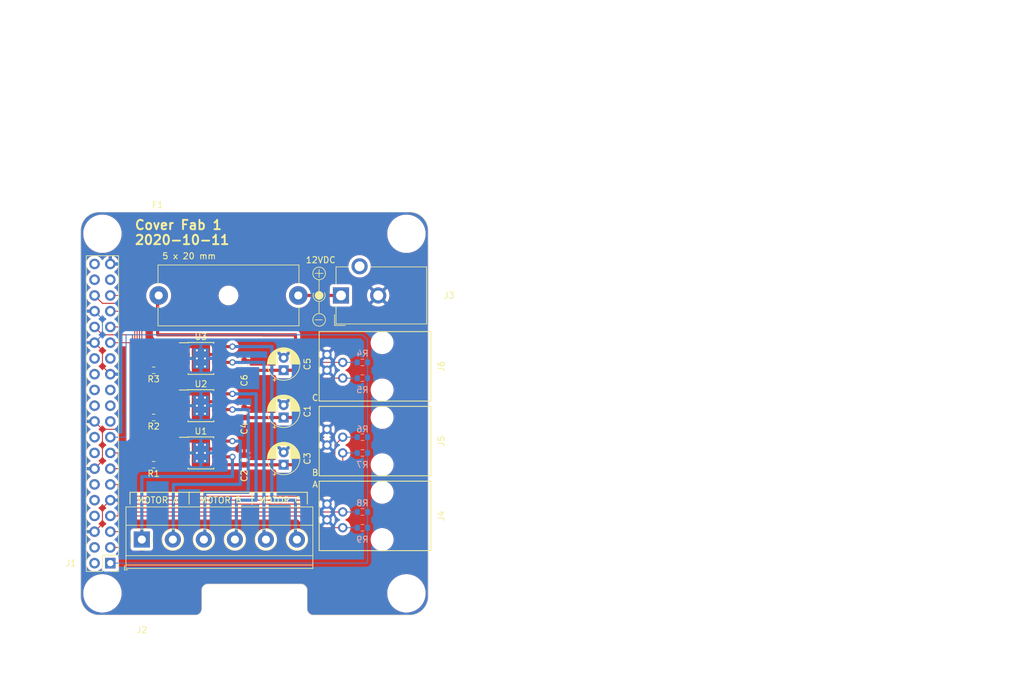
<source format=kicad_pcb>
(kicad_pcb (version 20221018) (generator pcbnew)
  (layers (0 "F.Cu" signal) (31 "B.Cu" signal) (34 "B.Paste" user) (35 "F.Paste" user) (36 "B.SilkS" user "B.Silkscreen") (37 "F.SilkS" user "F.Silkscreen") (38 "B.Mask" user) (39 "F.Mask" user) (44 "Edge.Cuts" user))
  (net 0 "")
  (net 1 "GND")
  (net 2 "+12V")
  (net 3 "Net-(F1-Pad2)")
  (net 4 "Net-(J1-Pad40)")
  (net 5 "Net-(J1-Pad38)")
  (net 6 "Net-(J1-Pad37)")
  (net 7 "IN_C_1")
  (net 8 "IN_C_2")
  (net 9 "IN_B_2")
  (net 10 "IN_A_2")
  (net 11 "IN_B_1")
  (net 12 "IN_A_1")
  (net 13 "Net-(J1-Pad28)")
  (net 14 "Net-(J1-Pad27)")
  (net 15 "Net-(J1-Pad26)")
  (net 16 "Net-(J1-Pad24)")
  (net 17 "Net-(J1-Pad23)")
  (net 18 "Net-(J1-Pad22)")
  (net 19 "Net-(J1-Pad21)")
  (net 20 "Net-(J1-Pad19)")
  (net 21 "Net-(J1-Pad18)")
  (net 22 "+3V3")
  (net 23 "Net-(J1-Pad16)")
  (net 24 "TOP_C")
  (net 25 "BOTTOM_C")
  (net 26 "Net-(J1-Pad12)")
  (net 27 "BOTTOM_B")
  (net 28 "Net-(J1-Pad10)")
  (net 29 "Net-(J1-Pad8)")
  (net 30 "TOP_B")
  (net 31 "BOTTOM_A")
  (net 32 "Net-(J1-Pad4)")
  (net 33 "TOP_A")
  (net 34 "Net-(J1-Pad2)")
  (net 35 "OUT_C_2")
  (net 36 "OUT_C_1")
  (net 37 "OUT_B_2")
  (net 38 "OUT_B_1")
  (net 39 "OUT_A_2")
  (net 40 "OUT_A_1")
  (net 41 "Net-(R1-Pad1)")
  (net 42 "Net-(R2-Pad1)")
  (net 43 "Net-(R3-Pad1)")
  (footprint "Fuse:Fuseholder_Cylinder-5x20mm_Schurter_0031_8201_Horizontal_Open" (layer "F.Cu") (at 89.08 107.95)
    (fp_text reference "F1" (at -0.18 -14.605) (layer "F.SilkS"))
    (fp_text value "1A")
    (pad "" np_thru_hole circle (at 11.25 0) (size 2.7 2.7) (drill 2.7) (layers "*.Cu" "*.Mask"))
    (pad "1" thru_hole circle (at 0 0) (size 3 3) (drill 1.3) (layers "*.Cu" "*.Mask") (net 2 "+12V"))
    (pad "2" thru_hole circle (at 22.5 0) (size 3 3) (drill 1.3) (layers "*.Cu" "*.Mask") (net 3 "Net-(F1-Pad2)"))
  )
  (footprint "Connector_PinHeader_2.54mm:PinHeader_2x20_P2.54mm_Vertical" (layer "F.Cu") (at 81.28 151.13 180)
    (fp_text reference "J1" (at 6.35 0) (layer "F.SilkS"))
    (fp_text value "Raspberry_Pi_2_3")
    (pad "1" thru_hole rect (at 0 0 180) (size 1.7 1.7) (drill 1) (layers "*.Cu" "*.Mask") (net 22 "+3V3"))
    (pad "2" thru_hole oval (at 2.54 0 180) (size 1.7 1.7) (drill 1) (layers "*.Cu" "*.Mask") (net 34 "Net-(J1-Pad2)"))
    (pad "3" thru_hole oval (at 0 2.54 180) (size 1.7 1.7) (drill 1) (layers "*.Cu" "*.Mask") (net 33 "TOP_A"))
    (pad "4" thru_hole oval (at 2.54 2.54 180) (size 1.7 1.7) (drill 1) (layers "*.Cu" "*.Mask") (net 32 "Net-(J1-Pad4)"))
    (pad "5" thru_hole oval (at 0 5.08 180) (size 1.7 1.7) (drill 1) (layers "*.Cu" "*.Mask") (net 31 "BOTTOM_A"))
    (pad "6" thru_hole oval (at 2.54 5.08 180) (size 1.7 1.7) (drill 1) (layers "*.Cu" "*.Mask") (net 1 "GND"))
    (pad "7" thru_hole oval (at 0 7.62 180) (size 1.7 1.7) (drill 1) (layers "*.Cu" "*.Mask") (net 30 "TOP_B"))
    (pad "8" thru_hole oval (at 2.54 7.62 180) (size 1.7 1.7) (drill 1) (layers "*.Cu" "*.Mask") (net 29 "Net-(J1-Pad8)"))
    (pad "9" thru_hole oval (at 0 10.16 180) (size 1.7 1.7) (drill 1) (layers "*.Cu" "*.Mask") (net 1 "GND"))
    (pad "10" thru_hole oval (at 2.54 10.16 180) (size 1.7 1.7) (drill 1) (layers "*.Cu" "*.Mask") (net 28 "Net-(J1-Pad10)"))
    (pad "11" thru_hole oval (at 0 12.7 180) (size 1.7 1.7) (drill 1) (layers "*.Cu" "*.Mask") (net 27 "BOTTOM_B"))
    (pad "12" thru_hole oval (at 2.54 12.7 180) (size 1.7 1.7) (drill 1) (layers "*.Cu" "*.Mask") (net 26 "Net-(J1-Pad12)"))
    (pad "13" thru_hole oval (at 0 15.24 180) (size 1.7 1.7) (drill 1) (layers "*.Cu" "*.Mask") (net 24 "TOP_C"))
    (pad "14" thru_hole oval (at 2.54 15.24 180) (size 1.7 1.7) (drill 1) (layers "*.Cu" "*.Mask") (net 1 "GND"))
    (pad "15" thru_hole oval (at 0 17.78 180) (size 1.7 1.7) (drill 1) (layers "*.Cu" "*.Mask") (net 25 "BOTTOM_C"))
    (pad "16" thru_hole oval (at 2.54 17.78 180) (size 1.7 1.7) (drill 1) (layers "*.Cu" "*.Mask") (net 23 "Net-(J1-Pad16)"))
    (pad "17" thru_hole oval (at 0 20.32 180) (size 1.7 1.7) (drill 1) (layers "*.Cu" "*.Mask") (net 22 "+3V3"))
    (pad "18" thru_hole oval (at 2.54 20.32 180) (size 1.7 1.7) (drill 1) (layers "*.Cu" "*.Mask") (net 21 "Net-(J1-Pad18)"))
    (pad "19" thru_hole oval (at 0 22.86 180) (size 1.7 1.7) (drill 1) (layers "*.Cu" "*.Mask") (net 20 "Net-(J1-Pad19)"))
    (pad "20" thru_hole oval (at 2.54 22.86 180) (size 1.7 1.7) (drill 1) (layers "*.Cu" "*.Mask") (net 1 "GND"))
    (pad "21" thru_hole oval (at 0 25.4 180) (size 1.7 1.7) (drill 1) (layers "*.Cu" "*.Mask") (net 19 "Net-(J1-Pad21)"))
    (pad "22" thru_hole oval (at 2.54 25.4 180) (size 1.7 1.7) (drill 1) (layers "*.Cu" "*.Mask") (net 18 "Net-(J1-Pad22)"))
    (pad "23" thru_hole oval (at 0 27.94 180) (size 1.7 1.7) (drill 1) (layers "*.Cu" "*.Mask") (net 17 "Net-(J1-Pad23)"))
    (pad "24" thru_hole oval (at 2.54 27.94 180) (size 1.7 1.7) (drill 1) (layers "*.Cu" "*.Mask") (net 16 "Net-(J1-Pad24)"))
    (pad "25" thru_hole oval (at 0 30.48 180) (size 1.7 1.7) (drill 1) (layers "*.Cu" "*.Mask") (net 1 "GND"))
    (pad "26" thru_hole oval (at 2.54 30.48 180) (size 1.7 1.7) (drill 1) (layers "*.Cu" "*.Mask") (net 15 "Net-(J1-Pad26)"))
    (pad "27" thru_hole oval (at 0 33.02 180) (size 1.7 1.7) (drill 1) (layers "*.Cu" "*.Mask") (net 14 "Net-(J1-Pad27)"))
    (pad "28" thru_hole oval (at 2.54 33.02 180) (size 1.7 1.7) (drill 1) (layers "*.Cu" "*.Mask") (net 13 "Net-(J1-Pad28)"))
    (pad "29" thru_hole oval (at 0 35.56 180) (size 1.7 1.7) (drill 1) (layers "*.Cu" "*.Mask") (net 12 "IN_A_1"))
    (pad "30" thru_hole oval (at 2.54 35.56 180) (size 1.7 1.7) (drill 1) (layers "*.Cu" "*.Mask") (net 1 "GND"))
    (pad "31" thru_hole oval (at 0 38.1 180) (size 1.7 1.7) (drill 1) (layers "*.Cu" "*.Mask") (net 11 "IN_B_1"))
    (pad "32" thru_hole oval (at 2.54 38.1 180) (size 1.7 1.7) (drill 1) (layers "*.Cu" "*.Mask") (net 10 "IN_A_2"))
    (pad "33" thru_hole oval (at 0 40.64 180) (size 1.7 1.7) (drill 1) (layers "*.Cu" "*.Mask") (net 9 "IN_B_2"))
    (pad "34" thru_hole oval (at 2.54 40.64 180) (size 1.7 1.7) (drill 1) (layers "*.Cu" "*.Mask") (net 1 "GND"))
    (pad "35" thru_hole oval (at 0 43.18 180) (size 1.7 1.7) (drill 1) (layers "*.Cu" "*.Mask") (net 8 "IN_C_2"))
    (pad "36" thru_hole oval (at 2.54 43.18 180) (size 1.7 1.7) (drill 1) (layers "*.Cu" "*.Mask") (net 7 "IN_C_1"))
    (pad "37" thru_hole oval (at 0 45.72 180) (size 1.7 1.7) (drill 1) (layers "*.Cu" "*.Mask") (net 6 "Net-(J1-Pad37)"))
    (pad "38" thru_hole oval (at 2.54 45.72 180) (size 1.7 1.7) (drill 1) (layers "*.Cu" "*.Mask") (net 5 "Net-(J1-Pad38)"))
    (pad "39" thru_hole oval (at 0 48.26 180) (size 1.7 1.7) (drill 1) (layers "*.Cu" "*.Mask") (net 1 "GND"))
    (pad "40" thru_hole oval (at 2.54 48.26 180) (size 1.7 1.7) (drill 1) (layers "*.Cu" "*.Mask") (net 4 "Net-(J1-Pad40)"))
  )
  (footprint "Alex:A-2004-3-4-LP-N-R" (layer "F.Cu") (at 116.205 131.445 90)
    (fp_text reference "J5" (at 0 18.415 270) (layer "F.SilkS"))
    (fp_text value "4P4C")
    (pad "" np_thru_hole circle (at -3.81 8.89 90) (size 3.2 3.2) (drill 3.2) (layers "*.Cu" "*.Mask"))
    (pad "" np_thru_hole circle (at 3.81 8.89 90) (size 3.2 3.2) (drill 3.2) (layers "*.Cu" "*.Mask"))
    (pad "1" thru_hole circle (at -1.905 2.54 90) (size 1.5 1.5) (drill 0.9) (layers "*.Cu" "*.Mask") (net 30 "TOP_B"))
    (pad "2" thru_hole circle (at -0.635 0 90) (size 1.5 1.5) (drill 0.9) (layers "*.Cu" "*.Mask") (net 1 "GND"))
    (pad "3" thru_hole circle (at 0.635 2.54 90) (size 1.5 1.5) (drill 0.9) (layers "*.Cu" "*.Mask") (net 27 "BOTTOM_B"))
    (pad "4" thru_hole circle (at 1.905 0 90) (size 1.5 1.5) (drill 0.9) (layers "*.Cu" "*.Mask") (net 1 "GND"))
  )
  (footprint "Alex:A-2004-3-4-LP-N-R" (layer "F.Cu") (at 116.205 119.38 90)
    (fp_text reference "J6" (at 0 18.415 90) (layer "F.SilkS"))
    (fp_text value "4P4C")
    (pad "" np_thru_hole circle (at -3.81 8.89 90) (size 3.2 3.2) (drill 3.2) (layers "*.Cu" "*.Mask"))
    (pad "" np_thru_hole circle (at 3.81 8.89 90) (size 3.2 3.2) (drill 3.2) (layers "*.Cu" "*.Mask"))
    (pad "1" thru_hole circle (at -1.905 2.54 90) (size 1.5 1.5) (drill 0.9) (layers "*.Cu" "*.Mask") (net 24 "TOP_C"))
    (pad "2" thru_hole circle (at -0.635 0 90) (size 1.5 1.5) (drill 0.9) (layers "*.Cu" "*.Mask") (net 1 "GND"))
    (pad "3" thru_hole circle (at 0.635 2.54 90) (size 1.5 1.5) (drill 0.9) (layers "*.Cu" "*.Mask") (net 25 "BOTTOM_C"))
    (pad "4" thru_hole circle (at 1.905 0 90) (size 1.5 1.5) (drill 0.9) (layers "*.Cu" "*.Mask") (net 1 "GND"))
  )
  (footprint "Alex:A-2004-3-4-LP-N-R" (layer "F.Cu") (at 116.205 143.51 90)
    (fp_text reference "J4" (at 0 18.415 90) (layer "F.SilkS"))
    (fp_text value "4P4C")
    (pad "" np_thru_hole circle (at -3.81 8.89 90) (size 3.2 3.2) (drill 3.2) (layers "*.Cu" "*.Mask"))
    (pad "" np_thru_hole circle (at 3.81 8.89 90) (size 3.2 3.2) (drill 3.2) (layers "*.Cu" "*.Mask"))
    (pad "1" thru_hole circle (at -1.905 2.54 90) (size 1.5 1.5) (drill 0.9) (layers "*.Cu" "*.Mask") (net 33 "TOP_A"))
    (pad "2" thru_hole circle (at -0.635 0 90) (size 1.5 1.5) (drill 0.9) (layers "*.Cu" "*.Mask") (net 1 "GND"))
    (pad "3" thru_hole circle (at 0.635 2.54 90) (size 1.5 1.5) (drill 0.9) (layers "*.Cu" "*.Mask") (net 31 "BOTTOM_A"))
    (pad "4" thru_hole circle (at 1.905 0 90) (size 1.5 1.5) (drill 0.9) (layers "*.Cu" "*.Mask") (net 1 "GND"))
  )
  (footprint "Capacitor_THT:CP_Radial_D5.0mm_P2.00mm" (layer "F.Cu") (at 109.22 135.255 90)
    (fp_text reference "C3" (at 1 3.81 90) (layer "F.SilkS"))
    (fp_text value "22u")
    (pad "1" thru_hole rect (at 0 0 90) (size 1.6 1.6) (drill 0.8) (layers "*.Cu" "*.Mask") (net 2 "+12V"))
    (pad "2" thru_hole circle (at 2 0 90) (size 1.6 1.6) (drill 0.8) (layers "*.Cu" "*.Mask") (net 1 "GND"))
  )
  (footprint "Capacitor_SMD:C_0603_1608Metric" (layer "F.Cu") (at 102.87 134.493 90)
    (fp_text reference "C2" (at -2.54 0 90) (layer "F.SilkS"))
    (fp_text value "0.1u")
    (pad "1" smd roundrect (at -0.775 0 90) (size 0.9 0.95) (layers "F.Cu" "F.Paste" "F.Mask") (net 2 "+12V"))
    (pad "2" smd roundrect (at 0.775 0 90) (size 0.9 0.95) (layers "F.Cu" "F.Paste" "F.Mask") (net 1 "GND"))
  )
  (footprint "Capacitor_THT:CP_Radial_D5.0mm_P2.00mm" (layer "F.Cu") (at 109.22 127.635 90)
    (fp_text reference "C1" (at 1 3.81 90) (layer "F.SilkS"))
    (fp_text value "22u")
    (pad "1" thru_hole rect (at 0 0 90) (size 1.6 1.6) (drill 0.8) (layers "*.Cu" "*.Mask") (net 2 "+12V"))
    (pad "2" thru_hole circle (at 2 0 90) (size 1.6 1.6) (drill 0.8) (layers "*.Cu" "*.Mask") (net 1 "GND"))
  )
  (footprint "Resistor_SMD:R_0603_1608Metric" (layer "F.Cu") (at 88.265 127.635 180)
    (fp_text reference "R2" (at 0 -1.43) (layer "F.SilkS"))
    (fp_text value "27k")
    (pad "1" smd roundrect (at -0.825 0 180) (size 0.8 0.95) (layers "F.Cu" "F.Paste" "F.Mask") (net 42 "Net-(R2-Pad1)"))
    (pad "2" smd roundrect (at 0.825 0 180) (size 0.8 0.95) (layers "F.Cu" "F.Paste" "F.Mask") (net 1 "GND"))
  )
  (footprint "Resistor_SMD:R_0603_1608Metric" (layer "F.Cu") (at 88.265 120.015 180)
    (fp_text reference "R3" (at 0 -1.43) (layer "F.SilkS"))
    (fp_text value "27k")
    (pad "1" smd roundrect (at -0.825 0 180) (size 0.8 0.95) (layers "F.Cu" "F.Paste" "F.Mask") (net 43 "Net-(R3-Pad1)"))
    (pad "2" smd roundrect (at 0.825 0 180) (size 0.8 0.95) (layers "F.Cu" "F.Paste" "F.Mask") (net 1 "GND"))
  )
  (footprint "Package_SO:Texas_HTSOP-8-1EP_3.9x4.9mm_P1.27mm_EP2.95x4.9mm_Mask2.4x3.1mm_ThermalVias" (layer "F.Cu") (at 95.885 118.11)
    (fp_text reference "U3" (at 0 -3.5) (layer "F.SilkS"))
    (fp_text value "DRV8871DDA")
    (pad "1" smd rect (at -2.875 -1.905) (size 2.2 0.5) (layers "F.Cu" "F.Paste" "F.Mask") (net 1 "GND"))
    (pad "2" smd rect (at -2.875 -0.635) (size 2.2 0.5) (layers "F.Cu" "F.Paste" "F.Mask") (net 8 "IN_C_2"))
    (pad "3" smd rect (at -2.875 0.635) (size 2.2 0.5) (layers "F.Cu" "F.Paste" "F.Mask") (net 7 "IN_C_1"))
    (pad "4" smd rect (at -2.875 1.905) (size 2.2 0.5) (layers "F.Cu" "F.Paste" "F.Mask") (net 43 "Net-(R3-Pad1)"))
    (pad "5" smd rect (at 2.875 1.905) (size 2.2 0.5) (layers "F.Cu" "F.Paste" "F.Mask") (net 2 "+12V"))
    (pad "6" smd rect (at 2.875 0.635) (size 2.2 0.5) (layers "F.Cu" "F.Paste" "F.Mask") (net 36 "OUT_C_1"))
    (pad "7" smd rect (at 2.875 -0.635) (size 2.2 0.5) (layers "F.Cu" "F.Paste" "F.Mask") (net 1 "GND"))
    (pad "8" smd rect (at 2.875 -1.905) (size 2.2 0.5) (layers "F.Cu" "F.Paste" "F.Mask") (net 35 "OUT_C_2"))
    (pad "9" thru_hole circle (at -0.65 -1.3) (size 0.63 0.63) (drill 0.33) (layers "*.Cu" "*.Mask") (net 1 "GND"))
    (pad "9" thru_hole circle (at -0.65 0) (size 0.63 0.63) (drill 0.33) (layers "*.Cu" "*.Mask") (net 1 "GND"))
    (pad "9" thru_hole circle (at -0.65 1.3) (size 0.63 0.63) (drill 0.33) (layers "*.Cu" "*.Mask") (net 1 "GND"))
    (pad "9" smd rect (at 0 0) (size 2.6 3.3) (layers "B.Cu") (net 1 "GND"))
    (pad "9" smd rect (at 0 0) (size 2.95 4.9) (layers "F.Cu") (net 1 "GND"))
    (pad "9" thru_hole circle (at 0.65 -1.3) (size 0.63 0.63) (drill 0.33) (layers "*.Cu" "*.Mask") (net 1 "GND"))
    (pad "9" thru_hole circle (at 0.65 0) (size 0.63 0.63) (drill 0.33) (layers "*.Cu" "*.Mask") (net 1 "GND"))
    (pad "9" thru_hole circle (at 0.65 1.3) (size 0.63 0.63) (drill 0.33) (layers "*.Cu" "*.Mask") (net 1 "GND"))
  )
  (footprint "Package_SO:Texas_HTSOP-8-1EP_3.9x4.9mm_P1.27mm_EP2.95x4.9mm_Mask2.4x3.1mm_ThermalVias" (layer "F.Cu") (at 95.885 125.73)
    (fp_text reference "U2" (at 0 -3.5) (layer "F.SilkS"))
    (fp_text value "DRV8871DDA")
    (pad "1" smd rect (at -2.875 -1.905) (size 2.2 0.5) (layers "F.Cu" "F.Paste" "F.Mask") (net 1 "GND"))
    (pad "2" smd rect (at -2.875 -0.635) (size 2.2 0.5) (layers "F.Cu" "F.Paste" "F.Mask") (net 9 "IN_B_2"))
    (pad "3" smd rect (at -2.875 0.635) (size 2.2 0.5) (layers "F.Cu" "F.Paste" "F.Mask") (net 11 "IN_B_1"))
    (pad "4" smd rect (at -2.875 1.905) (size 2.2 0.5) (layers "F.Cu" "F.Paste" "F.Mask") (net 42 "Net-(R2-Pad1)"))
    (pad "5" smd rect (at 2.875 1.905) (size 2.2 0.5) (layers "F.Cu" "F.Paste" "F.Mask") (net 2 "+12V"))
    (pad "6" smd rect (at 2.875 0.635) (size 2.2 0.5) (layers "F.Cu" "F.Paste" "F.Mask") (net 38 "OUT_B_1"))
    (pad "7" smd rect (at 2.875 -0.635) (size 2.2 0.5) (layers "F.Cu" "F.Paste" "F.Mask") (net 1 "GND"))
    (pad "8" smd rect (at 2.875 -1.905) (size 2.2 0.5) (layers "F.Cu" "F.Paste" "F.Mask") (net 37 "OUT_B_2"))
    (pad "9" thru_hole circle (at -0.65 -1.3) (size 0.63 0.63) (drill 0.33) (layers "*.Cu" "*.Mask") (net 1 "GND"))
    (pad "9" thru_hole circle (at -0.65 0) (size 0.63 0.63) (drill 0.33) (layers "*.Cu" "*.Mask") (net 1 "GND"))
    (pad "9" thru_hole circle (at -0.65 1.3) (size 0.63 0.63) (drill 0.33) (layers "*.Cu" "*.Mask") (net 1 "GND"))
    (pad "9" smd rect (at 0 0) (size 2.6 3.3) (layers "B.Cu") (net 1 "GND"))
    (pad "9" smd rect (at 0 0) (size 2.95 4.9) (layers "F.Cu") (net 1 "GND"))
    (pad "9" thru_hole circle (at 0.65 -1.3) (size 0.63 0.63) (drill 0.33) (layers "*.Cu" "*.Mask") (net 1 "GND"))
    (pad "9" thru_hole circle (at 0.65 0) (size 0.63 0.63) (drill 0.33) (layers "*.Cu" "*.Mask") (net 1 "GND"))
    (pad "9" thru_hole circle (at 0.65 1.3) (size 0.63 0.63) (drill 0.33) (layers "*.Cu" "*.Mask") (net 1 "GND"))
  )
  (footprint "Package_SO:Texas_HTSOP-8-1EP_3.9x4.9mm_P1.27mm_EP2.95x4.9mm_Mask2.4x3.1mm_ThermalVias" (layer "F.Cu") (at 95.885 133.35)
    (fp_text reference "U1" (at 0 -3.5) (layer "F.SilkS"))
    (fp_text value "DRV8871DDA")
    (pad "1" smd rect (at -2.875 -1.905) (size 2.2 0.5) (layers "F.Cu" "F.Paste" "F.Mask") (net 1 "GND"))
    (pad "2" smd rect (at -2.875 -0.635) (size 2.2 0.5) (layers "F.Cu" "F.Paste" "F.Mask") (net 10 "IN_A_2"))
    (pad "3" smd rect (at -2.875 0.635) (size 2.2 0.5) (layers "F.Cu" "F.Paste" "F.Mask") (net 12 "IN_A_1"))
    (pad "4" smd rect (at -2.875 1.905) (size 2.2 0.5) (layers "F.Cu" "F.Paste" "F.Mask") (net 41 "Net-(R1-Pad1)"))
    (pad "5" smd rect (at 2.875 1.905) (size 2.2 0.5) (layers "F.Cu" "F.Paste" "F.Mask") (net 2 "+12V"))
    (pad "6" smd rect (at 2.875 0.635) (size 2.2 0.5) (layers "F.Cu" "F.Paste" "F.Mask") (net 40 "OUT_A_1"))
    (pad "7" smd rect (at 2.875 -0.635) (size 2.2 0.5) (layers "F.Cu" "F.Paste" "F.Mask") (net 1 "GND"))
    (pad "8" smd rect (at 2.875 -1.905) (size 2.2 0.5) (layers "F.Cu" "F.Paste" "F.Mask") (net 39 "OUT_A_2"))
    (pad "9" thru_hole circle (at -0.65 -1.3) (size 0.63 0.63) (drill 0.33) (layers "*.Cu" "*.Mask") (net 1 "GND"))
    (pad "9" thru_hole circle (at -0.65 0) (size 0.63 0.63) (drill 0.33) (layers "*.Cu" "*.Mask") (net 1 "GND"))
    (pad "9" thru_hole circle (at -0.65 1.3) (size 0.63 0.63) (drill 0.33) (layers "*.Cu" "*.Mask") (net 1 "GND"))
    (pad "9" smd rect (at 0 0) (size 2.6 3.3) (layers "B.Cu") (net 1 "GND"))
    (pad "9" smd rect (at 0 0) (size 2.95 4.9) (layers "F.Cu") (net 1 "GND"))
    (pad "9" thru_hole circle (at 0.65 -1.3) (size 0.63 0.63) (drill 0.33) (layers "*.Cu" "*.Mask") (net 1 "GND"))
    (pad "9" thru_hole circle (at 0.65 0) (size 0.63 0.63) (drill 0.33) (layers "*.Cu" "*.Mask") (net 1 "GND"))
    (pad "9" thru_hole circle (at 0.65 1.3) (size 0.63 0.63) (drill 0.33) (layers "*.Cu" "*.Mask") (net 1 "GND"))
  )
  (footprint "Resistor_SMD:R_0603_1608Metric" (layer "F.Cu") (at 88.265 135.255 180)
    (fp_text reference "R1" (at 0 -1.43) (layer "F.SilkS"))
    (fp_text value "27k")
    (pad "1" smd roundrect (at -0.825 0 180) (size 0.8 0.95) (layers "F.Cu" "F.Paste" "F.Mask") (net 41 "Net-(R1-Pad1)"))
    (pad "2" smd roundrect (at 0.825 0 180) (size 0.8 0.95) (layers "F.Cu" "F.Paste" "F.Mask") (net 1 "GND"))
  )
  (footprint "Connector_BarrelJack:BarrelJack_CUI_PJ-102AH_Horizontal" (layer "F.Cu") (at 118.46 107.95 90)
    (fp_text reference "J3" (at 0 17.43) (layer "F.SilkS"))
    (fp_text value "12V")
    (pad "1" thru_hole rect (at 0 0 90) (size 2.6 2.6) (drill 1.6) (layers "*.Cu" "*.Mask") (net 3 "Net-(F1-Pad2)"))
    (pad "2" thru_hole circle (at 0 6 90) (size 2.6 2.6) (drill 1.6) (layers "*.Cu" "*.Mask") (net 1 "GND"))
    (pad "3" thru_hole circle (at 4.7 3 90) (size 2.6 2.6) (drill 1.6) (layers "*.Cu" "*.Mask"))
  )
  (footprint "Capacitor_SMD:C_0603_1608Metric" (layer "F.Cu") (at 102.87 119.253 90)
    (fp_text reference "C6" (at -2.4 0 90) (layer "F.SilkS"))
    (fp_text value "0.1u")
    (pad "1" smd roundrect (at -0.775 0 90) (size 0.9 0.95) (layers "F.Cu" "F.Paste" "F.Mask") (net 2 "+12V"))
    (pad "2" smd roundrect (at 0.775 0 90) (size 0.9 0.95) (layers "F.Cu" "F.Paste" "F.Mask") (net 1 "GND"))
  )
  (footprint "Capacitor_SMD:C_0603_1608Metric" (layer "F.Cu") (at 102.87 126.873 90)
    (fp_text reference "C4" (at -2.54 0 90) (layer "F.SilkS"))
    (fp_text value "0.1u")
    (pad "1" smd roundrect (at -0.775 0 90) (size 0.9 0.95) (layers "F.Cu" "F.Paste" "F.Mask") (net 2 "+12V"))
    (pad "2" smd roundrect (at 0.775 0 90) (size 0.9 0.95) (layers "F.Cu" "F.Paste" "F.Mask") (net 1 "GND"))
  )
  (footprint "Capacitor_THT:CP_Radial_D5.0mm_P2.00mm" (layer "F.Cu") (at 109.22 120.015 90)
    (fp_text reference "C5" (at 1 3.81 90) (layer "F.SilkS"))
    (fp_text value "22u")
    (pad "1" thru_hole rect (at 0 0 90) (size 1.6 1.6) (drill 0.8) (layers "*.Cu" "*.Mask") (net 2 "+12V"))
    (pad "2" thru_hole circle (at 2 0 90) (size 1.6 1.6) (drill 0.8) (layers "*.Cu" "*.Mask") (net 1 "GND"))
  )
  (footprint "TerminalBlock_Phoenix:TerminalBlock_Phoenix_MKDS-1,5-6_1x06_P5.00mm_Horizontal" (layer "F.Cu") (at 86.36 147.32)
    (fp_text reference "J2" (at 0 14.605) (layer "F.SilkS"))
    (fp_text value "Screw_Terminal_01x06")
    (pad "1" thru_hole rect (at 0 0) (size 2.6 2.6) (drill 1.3) (layers "*.Cu" "*.Mask") (net 40 "OUT_A_1"))
    (pad "2" thru_hole circle (at 5 0) (size 2.6 2.6) (drill 1.3) (layers "*.Cu" "*.Mask") (net 39 "OUT_A_2"))
    (pad "3" thru_hole circle (at 10 0) (size 2.6 2.6) (drill 1.3) (layers "*.Cu" "*.Mask") (net 38 "OUT_B_1"))
    (pad "4" thru_hole circle (at 15 0) (size 2.6 2.6) (drill 1.3) (layers "*.Cu" "*.Mask") (net 37 "OUT_B_2"))
    (pad "5" thru_hole circle (at 20 0) (size 2.6 2.6) (drill 1.3) (layers "*.Cu" "*.Mask") (net 36 "OUT_C_1"))
    (pad "6" thru_hole circle (at 25 0) (size 2.6 2.6) (drill 1.3) (layers "*.Cu" "*.Mask") (net 35 "OUT_C_2"))
  )
  (footprint "RPi_Hat:RPi_Hat_Mounting_Hole" (layer "F.Cu") (at 80.01 156 90)
    (fp_text reference "" hide)
    (fp_text value "" hide)
    (pad "" np_thru_hole circle (at 0 0 90) (size 2.75 2.75) (drill 2.75) (layers "*.Cu" "*.Mask") (clearance 1.725))
  )
  (footprint "RPi_Hat:RPi_Hat_Mounting_Hole" (layer "F.Cu") (at 129.01 156 90)
    (fp_text reference "" hide)
    (fp_text value "" hide)
    (pad "" np_thru_hole circle (at 0 0 90) (size 2.75 2.75) (drill 2.75) (layers "*.Cu" "*.Mask") (clearance 1.725))
  )
  (footprint "RPi_Hat:RPi_Hat_Mounting_Hole" (layer "F.Cu") (at 129.01 98 90)
    (fp_text reference "" hide)
    (fp_text value "" hide)
    (pad "" np_thru_hole circle (at 0 0 90) (size 2.75 2.75) (drill 2.75) (layers "*.Cu" "*.Mask") (clearance 1.725))
  )
  (footprint "RPi_Hat:RPi_Hat_Mounting_Hole" (layer "F.Cu") (at 80.01 98 90)
    (fp_text reference "" hide)
    (fp_text value "" hide)
    (pad "" np_thru_hole circle (at 0 0 90) (size 2.75 2.75) (drill 2.75) (layers "*.Cu" "*.Mask") (clearance 1.725))
  )
  (footprint "Resistor_SMD:R_0603_1608Metric" (layer "B.Cu") (at 121.92 142.875 180)
    (fp_text reference "R8" (at 0 1.43) (layer "B.SilkS") (effects (justify mirror)))
    (fp_text value "4.7k")
    (pad "1" smd roundrect (at -0.825 0 180) (size 0.8 0.95) (layers "B.Cu" "B.Paste" "B.Mask") (net 22 "+3V3"))
    (pad "2" smd roundrect (at 0.825 0 180) (size 0.8 0.95) (layers "B.Cu" "B.Paste" "B.Mask") (net 31 "BOTTOM_A"))
  )
  (footprint "Resistor_SMD:R_0603_1608Metric" (layer "B.Cu") (at 121.92 121.285 180)
    (fp_text reference "R5" (at 0 -1.905) (layer "B.SilkS") (effects (justify mirror)))
    (fp_text value "4.7k")
    (pad "1" smd roundrect (at -0.825 0 180) (size 0.8 0.95) (layers "B.Cu" "B.Paste" "B.Mask") (net 22 "+3V3"))
    (pad "2" smd roundrect (at 0.825 0 180) (size 0.8 0.95) (layers "B.Cu" "B.Paste" "B.Mask") (net 24 "TOP_C"))
  )
  (footprint "Resistor_SMD:R_0603_1608Metric" (layer "B.Cu") (at 121.92 118.745 180)
    (fp_text reference "R4" (at 0 1.43) (layer "B.SilkS") (effects (justify mirror)))
    (fp_text value "4.7k")
    (pad "1" smd roundrect (at -0.825 0 180) (size 0.8 0.95) (layers "B.Cu" "B.Paste" "B.Mask") (net 22 "+3V3"))
    (pad "2" smd roundrect (at 0.825 0 180) (size 0.8 0.95) (layers "B.Cu" "B.Paste" "B.Mask") (net 25 "BOTTOM_C"))
  )
  (footprint "Resistor_SMD:R_0603_1608Metric" (layer "B.Cu") (at 121.92 130.81 180)
    (fp_text reference "R6" (at 0 1.27) (layer "B.SilkS") (effects (justify mirror)))
    (fp_text value "4.7k")
    (pad "1" smd roundrect (at -0.825 0 180) (size 0.8 0.95) (layers "B.Cu" "B.Paste" "B.Mask") (net 22 "+3V3"))
    (pad "2" smd roundrect (at 0.825 0 180) (size 0.8 0.95) (layers "B.Cu" "B.Paste" "B.Mask") (net 27 "BOTTOM_B"))
  )
  (footprint "Resistor_SMD:R_0603_1608Metric" (layer "B.Cu") (at 121.92 145.415 180)
    (fp_text reference "R9" (at 0 -1.905) (layer "B.SilkS") (effects (justify mirror)))
    (fp_text value "4.7k")
    (pad "1" smd roundrect (at -0.825 0 180) (size 0.8 0.95) (layers "B.Cu" "B.Paste" "B.Mask") (net 22 "+3V3"))
    (pad "2" smd roundrect (at 0.825 0 180) (size 0.8 0.95) (layers "B.Cu" "B.Paste" "B.Mask") (net 33 "TOP_A"))
  )
  (footprint "Resistor_SMD:R_0603_1608Metric" (layer "B.Cu") (at 121.92 133.35 180)
    (fp_text reference "R7" (at 0 -1.905) (layer "B.SilkS") (effects (justify mirror)))
    (fp_text value "4.7k")
    (pad "1" smd roundrect (at -0.825 0 180) (size 0.8 0.95) (layers "B.Cu" "B.Paste" "B.Mask") (net 22 "+3V3"))
    (pad "2" smd roundrect (at 0.825 0 180) (size 0.8 0.95) (layers "B.Cu" "B.Paste" "B.Mask") (net 30 "TOP_B"))
  )
  (gr_line (start 114.935 110.871) (end 114.935 108.966) (stroke (width 0.12)) (layer "F.SilkS"))
  (gr_circle (center 114.935 111.887) (end 115.951 111.887) (stroke (width 0.12)) (fill none) (layer "F.SilkS"))
  (gr_line (start 114.935 103.759) (end 114.935 105.029) (stroke (width 0.12)) (layer "F.SilkS"))
  (gr_line (start 114.554 107.569) (end 114.3 107.95) (stroke (width 0.12)) (layer "F.SilkS"))
  (gr_line (start 93.98 141.605) (end 93.98 139.7) (stroke (width 0.15)) (layer "F.SilkS"))
  (gr_line (start 104.14 139.7) (end 113.03 139.7) (stroke (width 0.15)) (layer "F.SilkS"))
  (gr_line (start 114.935 107.315) (end 114.935 105.41) (stroke (width 0.12)) (layer "F.SilkS"))
  (gr_line (start 93.98 139.7) (end 104.14 139.7) (stroke (width 0.15)) (layer "F.SilkS"))
  (gr_line (start 84.455 141.605) (end 84.455 139.7) (stroke (width 0.15)) (layer "F.SilkS"))
  (gr_line (start 104.14 139.7) (end 104.14 141.605) (stroke (width 0.15)) (layer "F.SilkS"))
  (gr_line (start 113.03 139.7) (end 113.03 141.605) (stroke (width 0.15)) (layer "F.SilkS"))
  (gr_line (start 114.3 104.394) (end 115.57 104.394) (stroke (width 0.12)) (layer "F.SilkS"))
  (gr_line (start 114.3 111.887) (end 115.443 111.887) (stroke (width 0.12)) (layer "F.SilkS"))
  (gr_line (start 84.455 139.7) (end 93.98 139.7) (stroke (width 0.15)) (layer "F.SilkS"))
  (gr_poly (pts (xy 115.316 107.569) (xy 115.57 107.95) (xy 115.316 108.331) (xy 114.935 108.585) (xy 114.554 108.331) (xy 114.3 108.077) (xy 114.554 107.569) (xy 114.935 107.315)) (stroke (width 0.1)) (fill solid) (layer "F.SilkS"))
  (gr_circle (center 114.935 104.394) (end 115.951 104.394) (stroke (width 0.12)) (fill none) (layer "F.SilkS"))
  (gr_arc (start 115.800091 107.517454) (mid 114.963411 108.916784) (end 114.046001 107.569001) (stroke (width 0.12)) (layer "F.SilkS"))
  (gr_circle (center 114.935 107.95) (end 115.57 107.95) (stroke (width 0.12)) (fill none) (layer "F.SilkS"))
  (gr_line (start 79.51 159.5) (end 95.01 159.5) (stroke (width 0.05)) (layer "Edge.Cuts"))
  (gr_line (start 79.51 94.5) (end 129.51 94.5) (stroke (width 0.05)) (layer "Edge.Cuts"))
  (gr_arc (start 79.51 159.5) (mid 77.38868 158.62132) (end 76.51 156.5) (stroke (width 0.1)) (layer "Edge.Cuts"))
  (gr_arc (start 114.01 159.5) (mid 113.302893 159.207107) (end 113.01 158.5) (stroke (width 0.1)) (layer "Edge.Cuts"))
  (gr_arc (start 112.01 154.5) (mid 112.717107 154.792893) (end 113.01 155.5) (stroke (width 0.1)) (layer "Edge.Cuts"))
  (gr_arc (start 96.01 155.5) (mid 96.302893 154.792893) (end 97.01 154.5) (stroke (width 0.1)) (layer "Edge.Cuts"))
  (gr_arc (start 96.01 158.5) (mid 95.717107 159.207107) (end 95.01 159.5) (stroke (width 0.1)) (layer "Edge.Cuts"))
  (gr_arc (start 129.51 94.5) (mid 131.63132 95.37868) (end 132.51 97.5) (stroke (width 0.1)) (layer "Edge.Cuts"))
  (gr_arc (start 132.51 156.5) (mid 131.63132 158.62132) (end 129.51 159.5) (stroke (width 0.1)) (layer "Edge.Cuts"))
  (gr_line (start 114.01 159.5) (end 129.51 159.5) (stroke (width 0.1)) (layer "Edge.Cuts"))
  (gr_arc (start 76.51 97.5) (mid 77.38868 95.37868) (end 79.51 94.5) (stroke (width 0.1)) (layer "Edge.Cuts"))
  (gr_line (start 113.01 158.5) (end 113.01 155.5) (stroke (width 0.1)) (layer "Edge.Cuts"))
  (gr_line (start 96.01 158.5) (end 96.01 155.5) (stroke (width 0.1)) (layer "Edge.Cuts"))
  (gr_line (start 97.01 154.5) (end 112.01 154.5) (stroke (width 0.1)) (layer "Edge.Cuts"))
  (gr_line (start 132.51 156.5) (end 132.51 97.5) (stroke (width 0.1)) (layer "Edge.Cuts"))
  (gr_line (start 76.51 156.5) (end 76.51 97.5) (stroke (width 0.1)) (layer "Edge.Cuts"))
  (gr_text "Cover Fab 1\n2020-10-11\n" (at 85.09 97.79) (layer "F.SilkS") (effects (font (size 1.5 1.5) (thickness 0.3)) (justify left)))
  (gr_text "MOTOR C" (at 108.585 140.97) (layer "F.SilkS") (effects (font (size 1 1))))
  (gr_text "C" (at 114.3 124.46) (layer "F.SilkS") (effects (font (size 1 1))))
  (gr_text "MOTOR A" (at 88.9 140.97) (layer "F.SilkS") (effects (font (size 1 1))))
  (gr_text "5 x 20 mm" (at 93.98 101.6) (layer "F.SilkS") (effects (font (size 1 1))))
  (gr_text "A" (at 114.3 138.43) (layer "F.SilkS") (effects (font (size 1 1))))
  (gr_text "12VDC" (at 115.189 102.235) (layer "F.SilkS") (effects (font (size 1 1))))
  (gr_text "B" (at 114.3 136.525) (layer "F.SilkS") (effects (font (size 1 1))))
  (gr_text "MOTOR B" (at 99.06 140.97) (layer "F.SilkS") (effects (font (size 1 1))))
  (segment (start 94.63 123.825) (end 95.235 124.43) (width 0.1524) (layer "F.Cu") (net 1))
  (segment (start 93.01 131.445) (end 94.63 131.445) (width 0.1524) (layer "F.Cu") (net 1))
  (segment (start 80.01 119.38) (end 80.01 116.84) (width 0.1524) (layer "F.Cu") (net 1))
  (segment (start 97.17 132.715) (end 96.535 133.35) (width 0.1524) (layer "F.Cu") (net 1))
  (segment (start 80.01 142.24) (end 81.28 140.97) (width 0.1524) (layer "F.Cu") (net 1))
  (segment (start 93.01 116.205) (end 94.63 116.205) (width 0.1524) (layer "F.Cu") (net 1))
  (segment (start 80.01 134.62) (end 80.01 132.08) (width 0.1524) (layer "F.Cu") (net 1))
  (segment (start 78.74 128.27) (end 80.01 129.54) (width 0.1524) (layer "F.Cu") (net 1))
  (segment (start 80.01 132.08) (end 80.01 129.54) (width 0.1524) (layer "F.Cu") (net 1))
  (segment (start 78.74 135.89) (end 80.01 134.62) (width 0.1524) (layer "F.Cu") (net 1))
  (segment (start 94.63 131.445) (end 95.235 132.05) (width 0.1524) (layer "F.Cu") (net 1))
  (segment (start 94.63 116.205) (end 95.235 116.81) (width 0.1524) (layer "F.Cu") (net 1))
  (segment (start 93.01 123.825) (end 94.63 123.825) (width 0.1524) (layer "F.Cu") (net 1))
  (segment (start 98.76 117.475) (end 97.17 117.475) (width 0.1524) (layer "F.Cu") (net 1))
  (segment (start 78.74 146.05) (end 80.01 144.78) (width 0.1524) (layer "F.Cu") (net 1))
  (segment (start 80.01 144.78) (end 80.01 142.24) (width 0.1524) (layer "F.Cu") (net 1))
  (segment (start 80.01 129.54) (end 83.185 129.54) (width 0.1524) (layer "F.Cu") (net 1))
  (segment (start 81.28 120.65) (end 80.01 119.38) (width 0.1524) (layer "F.Cu") (net 1))
  (segment (start 98.76 132.715) (end 97.17 132.715) (width 0.1524) (layer "F.Cu") (net 1))
  (segment (start 80.01 116.84) (end 78.74 115.57) (width 0.1524) (layer "F.Cu") (net 1))
  (segment (start 97.17 117.475) (end 96.535 118.11) (width 0.1524) (layer "F.Cu") (net 1))
  (segment (start 78.74 115.57) (end 80.01 114.3) (width 0.1524) (layer "B.Cu") (net 1))
  (segment (start 80.01 114.3) (end 80.01 111.76) (width 0.1524) (layer "B.Cu") (net 1))
  (segment (start 80.01 111.76) (end 78.74 110.49) (width 0.1524) (layer "B.Cu") (net 1))
  (segment (start 102.87 127.648) (end 106.032 127.648) (width 0.508) (layer "F.Cu") (net 2))
  (segment (start 106.032 114.313) (end 111.112 114.313) (width 0.508) (layer "F.Cu") (net 2))
  (segment (start 111.125 127.635) (end 109.22 127.635) (width 0.508) (layer "F.Cu") (net 2))
  (segment (start 88.9 114.3) (end 88.9 108.13) (width 0.508) (layer "F.Cu") (net 2))
  (segment (start 88.9 108.13) (end 89.08 107.95) (width 0.508) (layer "F.Cu") (net 2))
  (segment (start 111.125 120.015) (end 111.125 114.3) (width 0.508) (layer "F.Cu") (net 2))
  (segment (start 102.857 127.635) (end 102.87 127.648) (width 0.508) (layer "F.Cu") (net 2))
  (segment (start 102.87 135.268) (end 106.058 135.268) (width 0.508) (layer "F.Cu") (net 2))
  (segment (start 109.207 127.648) (end 109.22 127.635) (width 0.508) (layer "F.Cu") (net 2))
  (segment (start 98.76 135.255) (end 102.857 135.255) (width 0.508) (layer "F.Cu") (net 2))
  (segment (start 111.125 127.635) (end 111.125 135.255) (width 0.508) (layer "F.Cu") (net 2))
  (segment (start 106.032 114.313) (end 106.019 114.3) (width 0.508) (layer "F.Cu") (net 2))
  (segment (start 111.112 114.313) (end 111.125 114.3) (width 0.508) (layer "F.Cu") (net 2))
  (segment (start 109.22 120.015) (end 111.125 120.015) (width 0.508) (layer "F.Cu") (net 2))
  (segment (start 106.019 114.3) (end 88.9 114.3) (width 0.508) (layer "F.Cu") (net 2))
  (segment (start 106.032 135.242) (end 106.058 135.268) (width 0.508) (layer "F.Cu") (net 2))
  (segment (start 106.032 127.648) (end 109.207 127.648) (width 0.508) (layer "F.Cu") (net 2))
  (segment (start 102.87 120.028) (end 106.032 120.028) (width 0.508) (layer "F.Cu") (net 2))
  (segment (start 98.76 127.635) (end 102.857 127.635) (width 0.508) (layer "F.Cu") (net 2))
  (segment (start 111.125 120.015) (end 111.125 127.635) (width 0.508) (layer "F.Cu") (net 2))
  (segment (start 109.207 135.268) (end 109.22 135.255) (width 0.508) (layer "F.Cu") (net 2))
  (segment (start 106.058 135.268) (end 109.207 135.268) (width 0.508) (layer "F.Cu") (net 2))
  (segment (start 109.207 120.028) (end 109.22 120.015) (width 0.508) (layer "F.Cu") (net 2))
  (segment (start 102.857 120.015) (end 102.87 120.028) (width 0.508) (layer "F.Cu") (net 2))
  (segment (start 111.125 135.255) (end 109.22 135.255) (width 0.508) (layer "F.Cu") (net 2))
  (segment (start 98.76 120.015) (end 102.857 120.015) (width 0.508) (layer "F.Cu") (net 2))
  (segment (start 106.032 120.028) (end 109.207 120.028) (width 0.508) (layer "F.Cu") (net 2))
  (segment (start 102.857 135.255) (end 102.87 135.268) (width 0.508) (layer "F.Cu") (net 2))
  (segment (start 118.46 107.95) (end 111.58 107.95) (width 0.508) (layer "F.Cu") (net 3))
  (segment (start 78.74 107.95) (end 80.01 109.22) (width 0.1524) (layer "F.Cu") (net 7))
  (segment (start 85.979 118.745) (end 93.01 118.745) (width 0.1524) (layer "F.Cu") (net 7))
  (segment (start 85.979 109.22) (end 85.979 118.745) (width 0.1524) (layer "F.Cu") (net 7))
  (segment (start 80.01 109.22) (end 85.979 109.22) (width 0.1524) (layer "F.Cu") (net 7))
  (segment (start 81.28 107.95) (end 86.36 107.95) (width 0.1524) (layer "F.Cu") (net 8))
  (segment (start 86.36 107.95) (end 86.36 117.475) (width 0.1524) (layer "F.Cu") (net 8))
  (segment (start 86.36 117.475) (end 93.01 117.475) (width 0.1524) (layer "F.Cu") (net 8))
  (segment (start 85.598 110.49) (end 85.598 125.095) (width 0.1524) (layer "F.Cu") (net 9))
  (segment (start 85.598 125.095) (end 93.01 125.095) (width 0.1524) (layer "F.Cu") (net 9))
  (segment (start 81.28 110.49) (end 85.598 110.49) (width 0.1524) (layer "F.Cu") (net 9))
  (segment (start 84.836 114.3) (end 84.836 132.715) (width 0.1524) (layer "F.Cu") (net 10))
  (segment (start 80.01 114.3) (end 84.836 114.3) (width 0.1524) (layer "F.Cu") (net 10))
  (segment (start 78.74 113.03) (end 80.01 114.3) (width 0.1524) (layer "F.Cu") (net 10))
  (segment (start 84.836 132.715) (end 93.01 132.715) (width 0.1524) (layer "F.Cu") (net 10))
  (segment (start 81.28 113.03) (end 85.217 113.03) (width 0.1524) (layer "F.Cu") (net 11))
  (segment (start 85.217 126.365) (end 93.01 126.365) (width 0.1524) (layer "F.Cu") (net 11))
  (segment (start 85.217 113.03) (end 85.217 126.365) (width 0.1524) (layer "F.Cu") (net 11))
  (segment (start 85.09 133.985) (end 93.01 133.985) (width 0.1524) (layer "F.Cu") (net 12))
  (segment (start 84.455 115.57) (end 84.455 133.35) (width 0.1524) (layer "F.Cu") (net 12))
  (segment (start 84.455 133.35) (end 85.09 133.985) (width 0.1524) (layer "F.Cu") (net 12))
  (segment (start 81.28 115.57) (end 84.455 115.57) (width 0.1524) (layer "F.Cu") (net 12))
  (segment (start 83.82 114.3) (end 88.265 114.3) (width 0.1524) (layer "B.Cu") (net 22))
  (segment (start 122.745 115.125) (end 121.92 114.3) (width 0.1524) (layer "B.Cu") (net 22))
  (segment (start 121.92 114.3) (end 88.265 114.3) (width 0.1524) (layer "B.Cu") (net 22))
  (segment (start 122.745 118.745) (end 122.745 115.125) (width 0.1524) (layer "B.Cu") (net 22))
  (segment (start 81.28 130.81) (end 83.82 130.81) (width 0.1524) (layer "B.Cu") (net 22))
  (segment (start 81.28 151.13) (end 122.555 151.13) (width 0.1524) (layer "B.Cu") (net 22))
  (segment (start 122.745 145.415) (end 122.745 150.94) (width 0.1524) (layer "B.Cu") (net 22))
  (segment (start 122.745 130.81) (end 122.745 121.285) (width 0.1524) (layer "B.Cu") (net 22))
  (segment (start 122.745 121.285) (end 122.745 118.745) (width 0.1524) (layer "B.Cu") (net 22))
  (segment (start 122.745 142.875) (end 122.745 133.35) (width 0.1524) (layer "B.Cu") (net 22))
  (segment (start 83.82 130.81) (end 83.82 114.3) (width 0.1524) (layer "B.Cu") (net 22))
  (segment (start 122.745 145.415) (end 122.745 142.875) (width 0.1524) (layer "B.Cu") (net 22))
  (segment (start 122.745 133.35) (end 122.745 130.81) (width 0.1524) (layer "B.Cu") (net 22))
  (segment (start 122.555 151.13) (end 122.745 150.94) (width 0.1524) (layer "B.Cu") (net 22))
  (segment (start 118.745 121.285) (end 112.395 121.285) (width 0.1524) (layer "F.Cu") (net 24))
  (segment (start 112.395 140.97) (end 83.185 140.97) (width 0.1524) (layer "F.Cu") (net 24))
  (segment (start 83.185 140.97) (end 83.185 135.89) (width 0.1524) (layer "F.Cu") (net 24))
  (segment (start 83.185 135.89) (end 81.28 135.89) (width 0.1524) (layer "F.Cu") (net 24))
  (segment (start 112.395 121.285) (end 112.395 140.97) (width 0.1524) (layer "F.Cu") (net 24))
  (segment (start 118.745 121.285) (end 121.095 121.285) (width 0.1524) (layer "B.Cu") (net 24))
  (segment (start 84.455 140.335) (end 83.82 140.335) (width 0.1524) (layer "F.Cu") (net 25))
  (segment (start 83.82 135.255) (end 82.55 135.255) (width 0.1524) (layer "F.Cu") (net 25))
  (segment (start 82.55 135.255) (end 82.55 133.35) (width 0.1524) (layer "F.Cu") (net 25))
  (segment (start 111.76 118.745) (end 111.76 140.335) (width 0.1524) (layer "F.Cu") (net 25))
  (segment (start 118.745 118.745) (end 111.76 118.745) (width 0.1524) (layer "F.Cu") (net 25))
  (segment (start 111.76 140.335) (end 84.455 140.335) (width 0.1524) (layer "F.Cu") (net 25))
  (segment (start 82.55 133.35) (end 81.28 133.35) (width 0.1524) (layer "F.Cu") (net 25))
  (segment (start 83.82 140.335) (end 83.82 135.255) (width 0.1524) (layer "F.Cu") (net 25))
  (segment (start 118.745 118.745) (end 121.095 118.745) (width 0.1524) (layer "B.Cu") (net 25))
  (segment (start 117.475 132.08) (end 117.475 137.795) (width 0.1524) (layer "F.Cu") (net 27))
  (segment (start 113.03 137.795) (end 113.03 141.605) (width 0.1524) (layer "F.Cu") (net 27))
  (segment (start 82.55 138.43) (end 81.28 138.43) (width 0.1524) (layer "F.Cu") (net 27))
  (segment (start 82.55 141.605) (end 82.55 138.43) (width 0.1524) (layer "F.Cu") (net 27))
  (segment (start 113.03 141.605) (end 82.55 141.605) (width 0.1524) (layer "F.Cu") (net 27))
  (segment (start 117.475 137.795) (end 113.03 137.795) (width 0.1524) (layer "F.Cu") (net 27))
  (segment (start 118.745 130.81) (end 117.475 132.08) (width 0.1524) (layer "F.Cu") (net 27))
  (segment (start 118.745 130.81) (end 121.095 130.81) (width 0.1524) (layer "B.Cu") (net 27))
  (segment (start 82.55 142.24) (end 82.55 143.51) (width 0.1524) (layer "F.Cu") (net 30))
  (segment (start 118.745 133.35) (end 118.745 138.43) (width 0.1524) (layer "F.Cu") (net 30))
  (segment (start 118.745 138.43) (end 113.665 138.43) (width 0.1524) (layer "F.Cu") (net 30))
  (segment (start 113.665 142.24) (end 82.55 142.24) (width 0.1524) (layer "F.Cu") (net 30))
  (segment (start 82.55 143.51) (end 81.28 143.51) (width 0.1524) (layer "F.Cu") (net 30))
  (segment (start 113.665 138.43) (end 113.665 142.24) (width 0.1524) (layer "F.Cu") (net 30))
  (segment (start 118.745 133.35) (end 121.095 133.35) (width 0.1524) (layer "B.Cu") (net 30))
  (segment (start 118.745 142.875) (end 83.185 142.875) (width 0.1524) (layer "F.Cu") (net 31))
  (segment (start 83.185 146.05) (end 81.28 146.05) (width 0.1524) (layer "F.Cu") (net 31))
  (segment (start 83.185 142.875) (end 83.185 146.05) (width 0.1524) (layer "F.Cu") (net 31))
  (segment (start 118.745 142.875) (end 121.095 142.875) (width 0.1524) (layer "B.Cu") (net 31))
  (segment (start 118.745 145.415) (end 113.665 145.415) (width 0.1524) (layer "F.Cu") (net 33))
  (segment (start 83.82 143.51) (end 83.82 148.59) (width 0.1524) (layer "F.Cu") (net 33))
  (segment (start 83.82 148.59) (end 81.28 148.59) (width 0.1524) (layer "F.Cu") (net 33))
  (segment (start 113.665 145.415) (end 111.76 143.51) (width 0.1524) (layer "F.Cu") (net 33))
  (segment (start 111.76 143.51) (end 83.82 143.51) (width 0.1524) (layer "F.Cu") (net 33))
  (segment (start 118.745 145.415) (end 121.095 145.415) (width 0.1524) (layer "B.Cu") (net 33))
  (segment (start 98.76 116.205) (end 100.965 116.205) (width 0.508) (layer "F.Cu") (net 35))
  (via (at 100.965 116.205) (size 1.016) (drill 0.6096) (layers "F.Cu" "B.Cu") (net 35))
  (segment (start 100.965 116.205) (end 107.315 116.205) (width 0.508) (layer "B.Cu") (net 35))
  (segment (start 111.125 147.085) (end 111.36 147.32) (width 0.508) (layer "B.Cu") (net 35))
  (segment (start 107.315 140.97) (end 111.125 140.97) (width 0.508) (layer "B.Cu") (net 35))
  (segment (start 107.315 116.205) (end 107.315 140.97) (width 0.508) (layer "B.Cu") (net 35))
  (segment (start 111.125 140.97) (end 111.125 147.085) (width 0.508) (layer "B.Cu") (net 35))
  (segment (start 98.76 118.745) (end 100.965 118.745) (width 0.508) (layer "F.Cu") (net 36))
  (via (at 100.965 118.745) (size 1.016) (drill 0.6096) (layers "F.Cu" "B.Cu") (net 36))
  (segment (start 106.045 118.745) (end 106.045 147.005) (width 0.508) (layer "B.Cu") (net 36))
  (segment (start 106.045 147.005) (end 106.36 147.32) (width 0.508) (layer "B.Cu") (net 36))
  (segment (start 100.965 118.745) (end 106.045 118.745) (width 0.508) (layer "B.Cu") (net 36))
  (segment (start 98.76 123.825) (end 100.965 123.825) (width 0.508) (layer "F.Cu") (net 37))
  (via (at 100.965 123.825) (size 1.016) (drill 0.6096) (layers "F.Cu" "B.Cu") (net 37))
  (segment (start 101.6 140.97) (end 101.6 147.08) (width 0.508) (layer "B.Cu") (net 37))
  (segment (start 104.775 140.97) (end 101.6 140.97) (width 0.508) (layer "B.Cu") (net 37))
  (segment (start 101.6 147.08) (end 101.36 147.32) (width 0.508) (layer "B.Cu") (net 37))
  (segment (start 104.775 123.825) (end 104.775 140.97) (width 0.508) (layer "B.Cu") (net 37))
  (segment (start 100.965 123.825) (end 104.775 123.825) (width 0.508) (layer "B.Cu") (net 37))
  (segment (start 98.76 126.365) (end 100.965 126.365) (width 0.508) (layer "F.Cu") (net 38))
  (via (at 100.965 126.365) (size 1.016) (drill 0.6096) (layers "F.Cu" "B.Cu") (net 38))
  (segment (start 103.505 126.365) (end 103.505 139.7) (width 0.508) (layer "B.Cu") (net 38))
  (segment (start 96.52 147.16) (end 96.36 147.32) (width 0.508) (layer "B.Cu") (net 38))
  (segment (start 100.965 126.365) (end 103.505 126.365) (width 0.508) (layer "B.Cu") (net 38))
  (segment (start 103.505 139.7) (end 96.52 139.7) (width 0.508) (layer "B.Cu") (net 38))
  (segment (start 96.52 139.7) (end 96.52 147.16) (width 0.508) (layer "B.Cu") (net 38))
  (segment (start 98.76 131.445) (end 100.965 131.445) (width 0.508) (layer "F.Cu") (net 39))
  (via (at 100.965 131.445) (size 1.016) (drill 0.6096) (layers "F.Cu" "B.Cu") (net 39))
  (segment (start 91.44 147.24) (end 91.36 147.32) (width 0.508) (layer "B.Cu") (net 39))
  (segment (start 91.44 138.43) (end 91.44 147.24) (width 0.508) (layer "B.Cu") (net 39))
  (segment (start 102.235 131.445) (end 102.235 138.43) (width 0.508) (layer "B.Cu") (net 39))
  (segment (start 100.965 131.445) (end 102.235 131.445) (width 0.508) (layer "B.Cu") (net 39))
  (segment (start 102.235 138.43) (end 91.44 138.43) (width 0.508) (layer "B.Cu") (net 39))
  (segment (start 98.76 133.985) (end 100.965 133.985) (width 0.508) (layer "F.Cu") (net 40))
  (via (at 100.965 133.985) (size 1.016) (drill 0.6096) (layers "F.Cu" "B.Cu") (net 40))
  (segment (start 100.965 133.985) (end 100.965 137.16) (width 0.508) (layer "B.Cu") (net 40))
  (segment (start 86.36 137.16) (end 86.36 147.32) (width 0.508) (layer "B.Cu") (net 40))
  (segment (start 100.965 137.16) (end 86.36 137.16) (width 0.508) (layer "B.Cu") (net 40))
  (segment (start 93.01 135.255) (end 89.09 135.255) (width 0.1524) (layer "F.Cu") (net 41))
  (segment (start 89.09 127.635) (end 93.01 127.635) (width 0.1524) (layer "F.Cu") (net 42))
  (segment (start 89.09 120.015) (end 93.01 120.015) (width 0.1524) (layer "F.Cu") (net 43))
  (zone (net 1) (net_name "GND") (layer "F.Cu") (connect_pads (clearance 0.508)) (min_thickness 0.254) (fill yes (thermal_gap 0.508) (thermal_bridge_width 0.508))
    (polygon (pts (xy 139.7 165.1) (xy 69.85 165.1) (xy 69.85 88.9) (xy 139.7 88.9)))
  )
  (zone (net 1) (net_name "GND") (layer "B.Cu") (connect_pads (clearance 0.508)) (min_thickness 0.254) (fill yes (thermal_gap 0.508) (thermal_bridge_width 0.508))
    (polygon (pts (xy 146.05 171.45) (xy 63.5 171.45) (xy 63.5 82.55) (xy 146.05 82.55)))
  )
)
</source>
